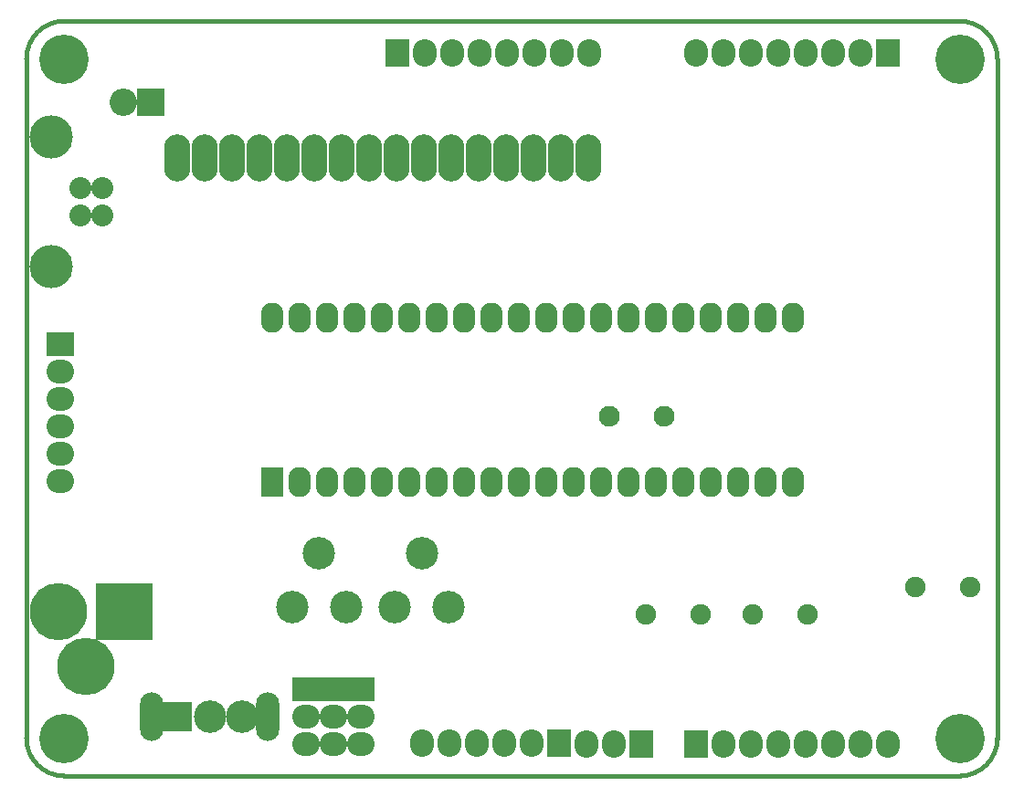
<source format=gbr>
G04 #@! TF.FileFunction,Soldermask,Bot*
%FSLAX46Y46*%
G04 Gerber Fmt 4.6, Leading zero omitted, Abs format (unit mm)*
G04 Created by KiCad (PCBNEW 4.0.1-stable) date 04-Oct-16 9:16:03 AM*
%MOMM*%
G01*
G04 APERTURE LIST*
%ADD10C,0.150000*%
%ADD11C,0.381000*%
%ADD12C,2.032000*%
%ADD13C,4.008000*%
%ADD14R,2.082800X2.794000*%
%ADD15O,2.082800X2.794000*%
%ADD16C,4.572000*%
%ADD17C,3.007360*%
%ADD18C,1.905000*%
%ADD19C,1.930400*%
%ADD20R,2.540000X2.235200*%
%ADD21O,2.540000X2.235200*%
%ADD22O,2.438400X4.368800*%
%ADD23R,2.235200X2.540000*%
%ADD24O,2.235200X2.540000*%
%ADD25R,2.540000X2.540000*%
%ADD26O,2.540000X2.540000*%
%ADD27C,5.308600*%
%ADD28R,5.308600X5.308600*%
%ADD29R,2.808000X2.808000*%
%ADD30C,3.008000*%
%ADD31O,2.159000X4.508000*%
G04 APERTURE END LIST*
D10*
D11*
X47500000Y-101000000D02*
X130500000Y-101000000D01*
X44000000Y-34500000D02*
X44000000Y-97500000D01*
X48500000Y-31000000D02*
X47500000Y-31000000D01*
X130500000Y-31000000D02*
X48500000Y-31000000D01*
X134000000Y-97500000D02*
X134000000Y-34500000D01*
X130500000Y-101000000D02*
G75*
G03X134000000Y-97500000I0J3500000D01*
G01*
X44000000Y-97500000D02*
G75*
G03X47500000Y-101000000I3500000J0D01*
G01*
X47500000Y-31000000D02*
G75*
G03X44000000Y-34500000I0J-3500000D01*
G01*
X134000000Y-34500000D02*
G75*
G03X130500000Y-31000000I-3500000J0D01*
G01*
D12*
X51000000Y-46460000D03*
X51000000Y-49000000D03*
X49001020Y-49000000D03*
X49001020Y-46460000D03*
D13*
X46301000Y-41730520D03*
X46301000Y-53729480D03*
D14*
X66804000Y-73771000D03*
D15*
X69344000Y-73771000D03*
X71884000Y-73771000D03*
X74424000Y-73771000D03*
X76964000Y-73771000D03*
X79504000Y-73771000D03*
X82044000Y-73771000D03*
X84584000Y-73771000D03*
X87124000Y-73771000D03*
X89664000Y-73771000D03*
X92204000Y-73771000D03*
X94744000Y-73771000D03*
X97284000Y-73771000D03*
X99824000Y-73771000D03*
X102364000Y-73771000D03*
X104904000Y-73771000D03*
X107444000Y-73771000D03*
X109984000Y-73771000D03*
X112524000Y-73771000D03*
X115064000Y-73771000D03*
X115064000Y-58531000D03*
X112524000Y-58531000D03*
X109984000Y-58531000D03*
X107444000Y-58531000D03*
X104904000Y-58531000D03*
X102364000Y-58531000D03*
X99824000Y-58531000D03*
X97284000Y-58531000D03*
X94744000Y-58531000D03*
X92204000Y-58531000D03*
X89664000Y-58531000D03*
X87124000Y-58531000D03*
X84584000Y-58531000D03*
X82044000Y-58531000D03*
X79504000Y-58531000D03*
X76964000Y-58531000D03*
X74424000Y-58531000D03*
X71884000Y-58531000D03*
X69344000Y-58531000D03*
X66804000Y-58531000D03*
D16*
X47500000Y-34500000D03*
X47500000Y-97500000D03*
X130500000Y-97500000D03*
X130500000Y-34500000D03*
D17*
X71109360Y-80305640D03*
X73608720Y-85345000D03*
X68610000Y-85345000D03*
X80634360Y-80305640D03*
X83133720Y-85345000D03*
X78135000Y-85345000D03*
D18*
X131475000Y-83440000D03*
X126395000Y-83440000D03*
X101376000Y-85980000D03*
X106456000Y-85980000D03*
X111282000Y-85980000D03*
X116362000Y-85980000D03*
D19*
X103126000Y-67675000D03*
X98046000Y-67675000D03*
D20*
X69880000Y-92965000D03*
D21*
X69880000Y-95505000D03*
X69880000Y-98045000D03*
D20*
X72420000Y-92965000D03*
D21*
X72420000Y-95505000D03*
X72420000Y-98045000D03*
D20*
X74960000Y-92965000D03*
D21*
X74960000Y-95505000D03*
X74960000Y-98045000D03*
D22*
X57942000Y-43689000D03*
X60482000Y-43689000D03*
X63022000Y-43689000D03*
X65562000Y-43689000D03*
X68102000Y-43689000D03*
X70642000Y-43689000D03*
X73182000Y-43689000D03*
X75722000Y-43689000D03*
X78262000Y-43689000D03*
X80802000Y-43689000D03*
X83342000Y-43689000D03*
X85882000Y-43689000D03*
X88422000Y-43689000D03*
X90962000Y-43689000D03*
X93502000Y-43689000D03*
X96042000Y-43689000D03*
D23*
X93375000Y-97918000D03*
D24*
X90835000Y-97918000D03*
X88295000Y-97918000D03*
X85755000Y-97918000D03*
X83215000Y-97918000D03*
X80675000Y-97918000D03*
D23*
X100995000Y-98045000D03*
D24*
X98455000Y-98045000D03*
X95915000Y-98045000D03*
D23*
X106075000Y-98045000D03*
D24*
X108615000Y-98045000D03*
X111155000Y-98045000D03*
X113695000Y-98045000D03*
X116235000Y-98045000D03*
X118775000Y-98045000D03*
X121315000Y-98045000D03*
X123855000Y-98045000D03*
D23*
X78389000Y-33910000D03*
D24*
X80929000Y-33910000D03*
X83469000Y-33910000D03*
X86009000Y-33910000D03*
X88549000Y-33910000D03*
X91089000Y-33910000D03*
X93629000Y-33910000D03*
X96169000Y-33910000D03*
D23*
X123855000Y-33910000D03*
D24*
X121315000Y-33910000D03*
X118775000Y-33910000D03*
X116235000Y-33910000D03*
X113695000Y-33910000D03*
X111155000Y-33910000D03*
X108615000Y-33910000D03*
X106075000Y-33910000D03*
D20*
X47147000Y-60961000D03*
D21*
X47147000Y-63501000D03*
X47147000Y-66041000D03*
X47147000Y-68581000D03*
X47147000Y-71121000D03*
X47147000Y-73661000D03*
D25*
X55529000Y-38482000D03*
D26*
X52989000Y-38482000D03*
D27*
X47000000Y-85750000D03*
D28*
X53096000Y-85750000D03*
D27*
X49500000Y-90830000D03*
D29*
X57990000Y-95505000D03*
D30*
X60990000Y-95505000D03*
X63990000Y-95505000D03*
D31*
X66390040Y-95505000D03*
X55589960Y-95505000D03*
M02*

</source>
